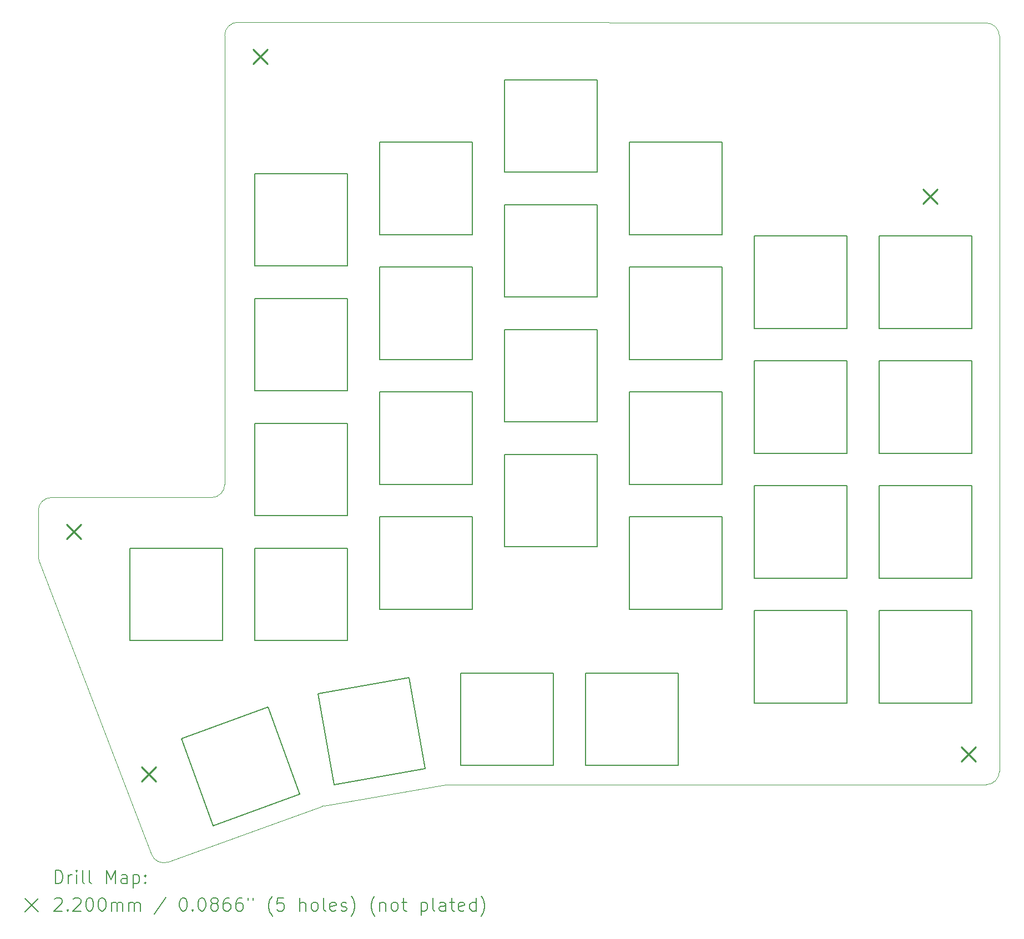
<source format=gbr>
%TF.GenerationSoftware,KiCad,Pcbnew,9.0.6*%
%TF.CreationDate,2025-12-07T22:16:42+09:00*%
%TF.ProjectId,tarakkie_v1_light_top2,74617261-6b6b-4696-955f-76315f6c6967,rev?*%
%TF.SameCoordinates,Original*%
%TF.FileFunction,Drillmap*%
%TF.FilePolarity,Positive*%
%FSLAX45Y45*%
G04 Gerber Fmt 4.5, Leading zero omitted, Abs format (unit mm)*
G04 Created by KiCad (PCBNEW 9.0.6) date 2025-12-07 22:16:42*
%MOMM*%
%LPD*%
G01*
G04 APERTURE LIST*
%ADD10C,0.050000*%
%ADD11C,0.150000*%
%ADD12C,0.200000*%
%ADD13C,0.220000*%
G04 APERTURE END LIST*
D10*
X5595382Y-15990801D02*
G75*
G02*
X5340259Y-15874382I-68352J187962D01*
G01*
X18072452Y-3188618D02*
G75*
G02*
X18272283Y-3388617I-172J-200002D01*
G01*
X7937324Y-15139186D02*
G75*
G02*
X7972000Y-15130000I68346J-187954D01*
G01*
X3623932Y-11393414D02*
X5340266Y-15874380D01*
X7972000Y-15130000D02*
X9825617Y-14813399D01*
X6456030Y-3378790D02*
G75*
G02*
X6656030Y-3178790I200000J0D01*
G01*
X6456030Y-3378790D02*
X6456030Y-10228790D01*
X18272280Y-14608831D02*
G75*
G02*
X18072322Y-14808830I-200000J1D01*
G01*
X3612280Y-10628790D02*
X3612280Y-11326147D01*
X6456030Y-10228790D02*
G75*
G02*
X6256030Y-10428790I-200000J0D01*
G01*
X3612280Y-10628790D02*
G75*
G02*
X3812280Y-10428790I200000J0D01*
G01*
X6256030Y-10428790D02*
X3812280Y-10428790D01*
X5595382Y-15990801D02*
X7937324Y-15139186D01*
X18072452Y-3188618D02*
X6656030Y-3178790D01*
X9859248Y-14810544D02*
X18072322Y-14808831D01*
X3623932Y-11393414D02*
G75*
G02*
X3612281Y-11326147I188288J67254D01*
G01*
X9825617Y-14813399D02*
G75*
G02*
X9859248Y-14810544I33673J-197151D01*
G01*
X18272280Y-14608831D02*
X18272280Y-3388617D01*
D11*
X14535000Y-10248750D02*
X15945000Y-10248750D01*
X14535000Y-11658750D02*
X14535000Y-10248750D01*
X15945000Y-10248750D02*
X15945000Y-11658750D01*
X15945000Y-11658750D02*
X14535000Y-11658750D01*
X12630000Y-8820000D02*
X14040000Y-8820000D01*
X12630000Y-10230000D02*
X12630000Y-8820000D01*
X14040000Y-8820000D02*
X14040000Y-10230000D01*
X14040000Y-10230000D02*
X12630000Y-10230000D01*
X10725000Y-9772500D02*
X12135000Y-9772500D01*
X10725000Y-11182500D02*
X10725000Y-9772500D01*
X12135000Y-9772500D02*
X12135000Y-11182500D01*
X12135000Y-11182500D02*
X10725000Y-11182500D01*
X8820000Y-10725000D02*
X10230000Y-10725000D01*
X8820000Y-12135000D02*
X8820000Y-10725000D01*
X10230000Y-10725000D02*
X10230000Y-12135000D01*
X10230000Y-12135000D02*
X8820000Y-12135000D01*
X5010000Y-11201250D02*
X6420000Y-11201250D01*
X5010000Y-12611250D02*
X5010000Y-11201250D01*
X6420000Y-11201250D02*
X6420000Y-12611250D01*
X6420000Y-12611250D02*
X5010000Y-12611250D01*
X10058250Y-13106250D02*
X11468250Y-13106250D01*
X10058250Y-14516250D02*
X10058250Y-13106250D01*
X11468250Y-13106250D02*
X11468250Y-14516250D01*
X11468250Y-14516250D02*
X10058250Y-14516250D01*
X11963250Y-13106250D02*
X13373250Y-13106250D01*
X11963250Y-14516250D02*
X11963250Y-13106250D01*
X13373250Y-13106250D02*
X13373250Y-14516250D01*
X13373250Y-14516250D02*
X11963250Y-14516250D01*
X6915000Y-5486250D02*
X8325000Y-5486250D01*
X6915000Y-6896250D02*
X6915000Y-5486250D01*
X8325000Y-5486250D02*
X8325000Y-6896250D01*
X8325000Y-6896250D02*
X6915000Y-6896250D01*
X6915000Y-11201250D02*
X8325000Y-11201250D01*
X6915000Y-12611250D02*
X6915000Y-11201250D01*
X8325000Y-11201250D02*
X8325000Y-12611250D01*
X8325000Y-12611250D02*
X6915000Y-12611250D01*
X8820000Y-8820000D02*
X10230000Y-8820000D01*
X8820000Y-10230000D02*
X8820000Y-8820000D01*
X10230000Y-8820000D02*
X10230000Y-10230000D01*
X10230000Y-10230000D02*
X8820000Y-10230000D01*
X16440000Y-12153750D02*
X17850000Y-12153750D01*
X16440000Y-13563750D02*
X16440000Y-12153750D01*
X17850000Y-12153750D02*
X17850000Y-13563750D01*
X17850000Y-13563750D02*
X16440000Y-13563750D01*
X14535000Y-8343750D02*
X15945000Y-8343750D01*
X14535000Y-9753750D02*
X14535000Y-8343750D01*
X15945000Y-8343750D02*
X15945000Y-9753750D01*
X15945000Y-9753750D02*
X14535000Y-9753750D01*
X16440000Y-10248750D02*
X17850000Y-10248750D01*
X16440000Y-11658750D02*
X16440000Y-10248750D01*
X17850000Y-10248750D02*
X17850000Y-11658750D01*
X17850000Y-11658750D02*
X16440000Y-11658750D01*
X14535000Y-12153750D02*
X15945000Y-12153750D01*
X14535000Y-13563750D02*
X14535000Y-12153750D01*
X15945000Y-12153750D02*
X15945000Y-13563750D01*
X15945000Y-13563750D02*
X14535000Y-13563750D01*
X10725000Y-5962500D02*
X12135000Y-5962500D01*
X10725000Y-7372500D02*
X10725000Y-5962500D01*
X12135000Y-5962500D02*
X12135000Y-7372500D01*
X12135000Y-7372500D02*
X10725000Y-7372500D01*
X8820000Y-5010000D02*
X10230000Y-5010000D01*
X8820000Y-6420000D02*
X8820000Y-5010000D01*
X10230000Y-5010000D02*
X10230000Y-6420000D01*
X10230000Y-6420000D02*
X8820000Y-6420000D01*
X6915000Y-9296250D02*
X8325000Y-9296250D01*
X6915000Y-10706250D02*
X6915000Y-9296250D01*
X8325000Y-9296250D02*
X8325000Y-10706250D01*
X8325000Y-10706250D02*
X6915000Y-10706250D01*
X10725000Y-4057500D02*
X12135000Y-4057500D01*
X10725000Y-5467500D02*
X10725000Y-4057500D01*
X12135000Y-4057500D02*
X12135000Y-5467500D01*
X12135000Y-5467500D02*
X10725000Y-5467500D01*
X14535000Y-6438750D02*
X15945000Y-6438750D01*
X14535000Y-7848750D02*
X14535000Y-6438750D01*
X15945000Y-6438750D02*
X15945000Y-7848750D01*
X15945000Y-7848750D02*
X14535000Y-7848750D01*
X16440000Y-6438750D02*
X17850000Y-6438750D01*
X16440000Y-7848750D02*
X16440000Y-6438750D01*
X17850000Y-6438750D02*
X17850000Y-7848750D01*
X17850000Y-7848750D02*
X16440000Y-7848750D01*
X12630000Y-10725000D02*
X14040000Y-10725000D01*
X12630000Y-12135000D02*
X12630000Y-10725000D01*
X14040000Y-10725000D02*
X14040000Y-12135000D01*
X14040000Y-12135000D02*
X12630000Y-12135000D01*
X12630000Y-6915000D02*
X14040000Y-6915000D01*
X12630000Y-8325000D02*
X12630000Y-6915000D01*
X14040000Y-6915000D02*
X14040000Y-8325000D01*
X14040000Y-8325000D02*
X12630000Y-8325000D01*
X7883289Y-13418132D02*
X9271868Y-13173289D01*
X8128132Y-14806711D02*
X7883289Y-13418132D01*
X9271868Y-13173289D02*
X9516711Y-14561867D01*
X9516711Y-14561867D02*
X8128132Y-14806711D01*
X16440000Y-8343750D02*
X17850000Y-8343750D01*
X16440000Y-9753750D02*
X16440000Y-8343750D01*
X17850000Y-8343750D02*
X17850000Y-9753750D01*
X17850000Y-9753750D02*
X16440000Y-9753750D01*
X6915000Y-7391250D02*
X8325000Y-7391250D01*
X6915000Y-8801250D02*
X6915000Y-7391250D01*
X8325000Y-7391250D02*
X8325000Y-8801250D01*
X8325000Y-8801250D02*
X6915000Y-8801250D01*
X10725000Y-7867500D02*
X12135000Y-7867500D01*
X10725000Y-9277500D02*
X10725000Y-7867500D01*
X12135000Y-7867500D02*
X12135000Y-9277500D01*
X12135000Y-9277500D02*
X10725000Y-9277500D01*
X12630000Y-5010000D02*
X14040000Y-5010000D01*
X12630000Y-6420000D02*
X12630000Y-5010000D01*
X14040000Y-5010000D02*
X14040000Y-6420000D01*
X14040000Y-6420000D02*
X12630000Y-6420000D01*
X5796392Y-14108641D02*
X7121359Y-13626392D01*
X6278641Y-15433607D02*
X5796392Y-14108641D01*
X7121359Y-13626392D02*
X7603607Y-14951359D01*
X7603607Y-14951359D02*
X6278641Y-15433607D01*
X8820000Y-6915000D02*
X10230000Y-6915000D01*
X8820000Y-8325000D02*
X8820000Y-6915000D01*
X10230000Y-6915000D02*
X10230000Y-8325000D01*
X10230000Y-8325000D02*
X8820000Y-8325000D01*
D12*
D13*
X4040000Y-10840000D02*
X4260000Y-11060000D01*
X4260000Y-10840000D02*
X4040000Y-11060000D01*
X5190000Y-14540000D02*
X5410000Y-14760000D01*
X5410000Y-14540000D02*
X5190000Y-14760000D01*
X6890000Y-3590000D02*
X7110000Y-3810000D01*
X7110000Y-3590000D02*
X6890000Y-3810000D01*
X17110000Y-5724000D02*
X17330000Y-5944000D01*
X17330000Y-5724000D02*
X17110000Y-5944000D01*
X17696000Y-14234000D02*
X17916000Y-14454000D01*
X17916000Y-14234000D02*
X17696000Y-14454000D01*
D12*
X3870557Y-16316828D02*
X3870557Y-16116828D01*
X3870557Y-16116828D02*
X3918176Y-16116828D01*
X3918176Y-16116828D02*
X3946747Y-16126351D01*
X3946747Y-16126351D02*
X3965795Y-16145399D01*
X3965795Y-16145399D02*
X3975319Y-16164447D01*
X3975319Y-16164447D02*
X3984843Y-16202542D01*
X3984843Y-16202542D02*
X3984843Y-16231113D01*
X3984843Y-16231113D02*
X3975319Y-16269209D01*
X3975319Y-16269209D02*
X3965795Y-16288256D01*
X3965795Y-16288256D02*
X3946747Y-16307304D01*
X3946747Y-16307304D02*
X3918176Y-16316828D01*
X3918176Y-16316828D02*
X3870557Y-16316828D01*
X4070557Y-16316828D02*
X4070557Y-16183494D01*
X4070557Y-16221590D02*
X4080081Y-16202542D01*
X4080081Y-16202542D02*
X4089604Y-16193018D01*
X4089604Y-16193018D02*
X4108652Y-16183494D01*
X4108652Y-16183494D02*
X4127700Y-16183494D01*
X4194366Y-16316828D02*
X4194366Y-16183494D01*
X4194366Y-16116828D02*
X4184843Y-16126351D01*
X4184843Y-16126351D02*
X4194366Y-16135875D01*
X4194366Y-16135875D02*
X4203890Y-16126351D01*
X4203890Y-16126351D02*
X4194366Y-16116828D01*
X4194366Y-16116828D02*
X4194366Y-16135875D01*
X4318176Y-16316828D02*
X4299128Y-16307304D01*
X4299128Y-16307304D02*
X4289605Y-16288256D01*
X4289605Y-16288256D02*
X4289605Y-16116828D01*
X4422938Y-16316828D02*
X4403890Y-16307304D01*
X4403890Y-16307304D02*
X4394366Y-16288256D01*
X4394366Y-16288256D02*
X4394366Y-16116828D01*
X4651509Y-16316828D02*
X4651509Y-16116828D01*
X4651509Y-16116828D02*
X4718176Y-16259685D01*
X4718176Y-16259685D02*
X4784843Y-16116828D01*
X4784843Y-16116828D02*
X4784843Y-16316828D01*
X4965795Y-16316828D02*
X4965795Y-16212066D01*
X4965795Y-16212066D02*
X4956271Y-16193018D01*
X4956271Y-16193018D02*
X4937224Y-16183494D01*
X4937224Y-16183494D02*
X4899128Y-16183494D01*
X4899128Y-16183494D02*
X4880081Y-16193018D01*
X4965795Y-16307304D02*
X4946747Y-16316828D01*
X4946747Y-16316828D02*
X4899128Y-16316828D01*
X4899128Y-16316828D02*
X4880081Y-16307304D01*
X4880081Y-16307304D02*
X4870557Y-16288256D01*
X4870557Y-16288256D02*
X4870557Y-16269209D01*
X4870557Y-16269209D02*
X4880081Y-16250161D01*
X4880081Y-16250161D02*
X4899128Y-16240637D01*
X4899128Y-16240637D02*
X4946747Y-16240637D01*
X4946747Y-16240637D02*
X4965795Y-16231113D01*
X5061033Y-16183494D02*
X5061033Y-16383494D01*
X5061033Y-16193018D02*
X5080081Y-16183494D01*
X5080081Y-16183494D02*
X5118176Y-16183494D01*
X5118176Y-16183494D02*
X5137224Y-16193018D01*
X5137224Y-16193018D02*
X5146747Y-16202542D01*
X5146747Y-16202542D02*
X5156271Y-16221590D01*
X5156271Y-16221590D02*
X5156271Y-16278732D01*
X5156271Y-16278732D02*
X5146747Y-16297780D01*
X5146747Y-16297780D02*
X5137224Y-16307304D01*
X5137224Y-16307304D02*
X5118176Y-16316828D01*
X5118176Y-16316828D02*
X5080081Y-16316828D01*
X5080081Y-16316828D02*
X5061033Y-16307304D01*
X5241986Y-16297780D02*
X5251509Y-16307304D01*
X5251509Y-16307304D02*
X5241986Y-16316828D01*
X5241986Y-16316828D02*
X5232462Y-16307304D01*
X5232462Y-16307304D02*
X5241986Y-16297780D01*
X5241986Y-16297780D02*
X5241986Y-16316828D01*
X5241986Y-16193018D02*
X5251509Y-16202542D01*
X5251509Y-16202542D02*
X5241986Y-16212066D01*
X5241986Y-16212066D02*
X5232462Y-16202542D01*
X5232462Y-16202542D02*
X5241986Y-16193018D01*
X5241986Y-16193018D02*
X5241986Y-16212066D01*
X3409780Y-16545344D02*
X3609780Y-16745344D01*
X3609780Y-16545344D02*
X3409780Y-16745344D01*
X3861033Y-16555875D02*
X3870557Y-16546351D01*
X3870557Y-16546351D02*
X3889604Y-16536828D01*
X3889604Y-16536828D02*
X3937224Y-16536828D01*
X3937224Y-16536828D02*
X3956271Y-16546351D01*
X3956271Y-16546351D02*
X3965795Y-16555875D01*
X3965795Y-16555875D02*
X3975319Y-16574923D01*
X3975319Y-16574923D02*
X3975319Y-16593970D01*
X3975319Y-16593970D02*
X3965795Y-16622542D01*
X3965795Y-16622542D02*
X3851509Y-16736828D01*
X3851509Y-16736828D02*
X3975319Y-16736828D01*
X4061033Y-16717780D02*
X4070557Y-16727304D01*
X4070557Y-16727304D02*
X4061033Y-16736828D01*
X4061033Y-16736828D02*
X4051509Y-16727304D01*
X4051509Y-16727304D02*
X4061033Y-16717780D01*
X4061033Y-16717780D02*
X4061033Y-16736828D01*
X4146747Y-16555875D02*
X4156271Y-16546351D01*
X4156271Y-16546351D02*
X4175319Y-16536828D01*
X4175319Y-16536828D02*
X4222938Y-16536828D01*
X4222938Y-16536828D02*
X4241986Y-16546351D01*
X4241986Y-16546351D02*
X4251509Y-16555875D01*
X4251509Y-16555875D02*
X4261033Y-16574923D01*
X4261033Y-16574923D02*
X4261033Y-16593970D01*
X4261033Y-16593970D02*
X4251509Y-16622542D01*
X4251509Y-16622542D02*
X4137224Y-16736828D01*
X4137224Y-16736828D02*
X4261033Y-16736828D01*
X4384843Y-16536828D02*
X4403890Y-16536828D01*
X4403890Y-16536828D02*
X4422938Y-16546351D01*
X4422938Y-16546351D02*
X4432462Y-16555875D01*
X4432462Y-16555875D02*
X4441986Y-16574923D01*
X4441986Y-16574923D02*
X4451509Y-16613018D01*
X4451509Y-16613018D02*
X4451509Y-16660637D01*
X4451509Y-16660637D02*
X4441986Y-16698732D01*
X4441986Y-16698732D02*
X4432462Y-16717780D01*
X4432462Y-16717780D02*
X4422938Y-16727304D01*
X4422938Y-16727304D02*
X4403890Y-16736828D01*
X4403890Y-16736828D02*
X4384843Y-16736828D01*
X4384843Y-16736828D02*
X4365795Y-16727304D01*
X4365795Y-16727304D02*
X4356271Y-16717780D01*
X4356271Y-16717780D02*
X4346747Y-16698732D01*
X4346747Y-16698732D02*
X4337224Y-16660637D01*
X4337224Y-16660637D02*
X4337224Y-16613018D01*
X4337224Y-16613018D02*
X4346747Y-16574923D01*
X4346747Y-16574923D02*
X4356271Y-16555875D01*
X4356271Y-16555875D02*
X4365795Y-16546351D01*
X4365795Y-16546351D02*
X4384843Y-16536828D01*
X4575319Y-16536828D02*
X4594367Y-16536828D01*
X4594367Y-16536828D02*
X4613414Y-16546351D01*
X4613414Y-16546351D02*
X4622938Y-16555875D01*
X4622938Y-16555875D02*
X4632462Y-16574923D01*
X4632462Y-16574923D02*
X4641986Y-16613018D01*
X4641986Y-16613018D02*
X4641986Y-16660637D01*
X4641986Y-16660637D02*
X4632462Y-16698732D01*
X4632462Y-16698732D02*
X4622938Y-16717780D01*
X4622938Y-16717780D02*
X4613414Y-16727304D01*
X4613414Y-16727304D02*
X4594367Y-16736828D01*
X4594367Y-16736828D02*
X4575319Y-16736828D01*
X4575319Y-16736828D02*
X4556271Y-16727304D01*
X4556271Y-16727304D02*
X4546747Y-16717780D01*
X4546747Y-16717780D02*
X4537224Y-16698732D01*
X4537224Y-16698732D02*
X4527700Y-16660637D01*
X4527700Y-16660637D02*
X4527700Y-16613018D01*
X4527700Y-16613018D02*
X4537224Y-16574923D01*
X4537224Y-16574923D02*
X4546747Y-16555875D01*
X4546747Y-16555875D02*
X4556271Y-16546351D01*
X4556271Y-16546351D02*
X4575319Y-16536828D01*
X4727700Y-16736828D02*
X4727700Y-16603494D01*
X4727700Y-16622542D02*
X4737224Y-16613018D01*
X4737224Y-16613018D02*
X4756271Y-16603494D01*
X4756271Y-16603494D02*
X4784843Y-16603494D01*
X4784843Y-16603494D02*
X4803890Y-16613018D01*
X4803890Y-16613018D02*
X4813414Y-16632066D01*
X4813414Y-16632066D02*
X4813414Y-16736828D01*
X4813414Y-16632066D02*
X4822938Y-16613018D01*
X4822938Y-16613018D02*
X4841986Y-16603494D01*
X4841986Y-16603494D02*
X4870557Y-16603494D01*
X4870557Y-16603494D02*
X4889605Y-16613018D01*
X4889605Y-16613018D02*
X4899128Y-16632066D01*
X4899128Y-16632066D02*
X4899128Y-16736828D01*
X4994367Y-16736828D02*
X4994367Y-16603494D01*
X4994367Y-16622542D02*
X5003890Y-16613018D01*
X5003890Y-16613018D02*
X5022938Y-16603494D01*
X5022938Y-16603494D02*
X5051509Y-16603494D01*
X5051509Y-16603494D02*
X5070557Y-16613018D01*
X5070557Y-16613018D02*
X5080081Y-16632066D01*
X5080081Y-16632066D02*
X5080081Y-16736828D01*
X5080081Y-16632066D02*
X5089605Y-16613018D01*
X5089605Y-16613018D02*
X5108652Y-16603494D01*
X5108652Y-16603494D02*
X5137224Y-16603494D01*
X5137224Y-16603494D02*
X5156271Y-16613018D01*
X5156271Y-16613018D02*
X5165795Y-16632066D01*
X5165795Y-16632066D02*
X5165795Y-16736828D01*
X5556271Y-16527304D02*
X5384843Y-16784447D01*
X5813414Y-16536828D02*
X5832462Y-16536828D01*
X5832462Y-16536828D02*
X5851509Y-16546351D01*
X5851509Y-16546351D02*
X5861033Y-16555875D01*
X5861033Y-16555875D02*
X5870557Y-16574923D01*
X5870557Y-16574923D02*
X5880081Y-16613018D01*
X5880081Y-16613018D02*
X5880081Y-16660637D01*
X5880081Y-16660637D02*
X5870557Y-16698732D01*
X5870557Y-16698732D02*
X5861033Y-16717780D01*
X5861033Y-16717780D02*
X5851509Y-16727304D01*
X5851509Y-16727304D02*
X5832462Y-16736828D01*
X5832462Y-16736828D02*
X5813414Y-16736828D01*
X5813414Y-16736828D02*
X5794367Y-16727304D01*
X5794367Y-16727304D02*
X5784843Y-16717780D01*
X5784843Y-16717780D02*
X5775319Y-16698732D01*
X5775319Y-16698732D02*
X5765795Y-16660637D01*
X5765795Y-16660637D02*
X5765795Y-16613018D01*
X5765795Y-16613018D02*
X5775319Y-16574923D01*
X5775319Y-16574923D02*
X5784843Y-16555875D01*
X5784843Y-16555875D02*
X5794367Y-16546351D01*
X5794367Y-16546351D02*
X5813414Y-16536828D01*
X5965795Y-16717780D02*
X5975319Y-16727304D01*
X5975319Y-16727304D02*
X5965795Y-16736828D01*
X5965795Y-16736828D02*
X5956271Y-16727304D01*
X5956271Y-16727304D02*
X5965795Y-16717780D01*
X5965795Y-16717780D02*
X5965795Y-16736828D01*
X6099128Y-16536828D02*
X6118176Y-16536828D01*
X6118176Y-16536828D02*
X6137224Y-16546351D01*
X6137224Y-16546351D02*
X6146748Y-16555875D01*
X6146748Y-16555875D02*
X6156271Y-16574923D01*
X6156271Y-16574923D02*
X6165795Y-16613018D01*
X6165795Y-16613018D02*
X6165795Y-16660637D01*
X6165795Y-16660637D02*
X6156271Y-16698732D01*
X6156271Y-16698732D02*
X6146748Y-16717780D01*
X6146748Y-16717780D02*
X6137224Y-16727304D01*
X6137224Y-16727304D02*
X6118176Y-16736828D01*
X6118176Y-16736828D02*
X6099128Y-16736828D01*
X6099128Y-16736828D02*
X6080081Y-16727304D01*
X6080081Y-16727304D02*
X6070557Y-16717780D01*
X6070557Y-16717780D02*
X6061033Y-16698732D01*
X6061033Y-16698732D02*
X6051509Y-16660637D01*
X6051509Y-16660637D02*
X6051509Y-16613018D01*
X6051509Y-16613018D02*
X6061033Y-16574923D01*
X6061033Y-16574923D02*
X6070557Y-16555875D01*
X6070557Y-16555875D02*
X6080081Y-16546351D01*
X6080081Y-16546351D02*
X6099128Y-16536828D01*
X6280081Y-16622542D02*
X6261033Y-16613018D01*
X6261033Y-16613018D02*
X6251509Y-16603494D01*
X6251509Y-16603494D02*
X6241986Y-16584447D01*
X6241986Y-16584447D02*
X6241986Y-16574923D01*
X6241986Y-16574923D02*
X6251509Y-16555875D01*
X6251509Y-16555875D02*
X6261033Y-16546351D01*
X6261033Y-16546351D02*
X6280081Y-16536828D01*
X6280081Y-16536828D02*
X6318176Y-16536828D01*
X6318176Y-16536828D02*
X6337224Y-16546351D01*
X6337224Y-16546351D02*
X6346748Y-16555875D01*
X6346748Y-16555875D02*
X6356271Y-16574923D01*
X6356271Y-16574923D02*
X6356271Y-16584447D01*
X6356271Y-16584447D02*
X6346748Y-16603494D01*
X6346748Y-16603494D02*
X6337224Y-16613018D01*
X6337224Y-16613018D02*
X6318176Y-16622542D01*
X6318176Y-16622542D02*
X6280081Y-16622542D01*
X6280081Y-16622542D02*
X6261033Y-16632066D01*
X6261033Y-16632066D02*
X6251509Y-16641590D01*
X6251509Y-16641590D02*
X6241986Y-16660637D01*
X6241986Y-16660637D02*
X6241986Y-16698732D01*
X6241986Y-16698732D02*
X6251509Y-16717780D01*
X6251509Y-16717780D02*
X6261033Y-16727304D01*
X6261033Y-16727304D02*
X6280081Y-16736828D01*
X6280081Y-16736828D02*
X6318176Y-16736828D01*
X6318176Y-16736828D02*
X6337224Y-16727304D01*
X6337224Y-16727304D02*
X6346748Y-16717780D01*
X6346748Y-16717780D02*
X6356271Y-16698732D01*
X6356271Y-16698732D02*
X6356271Y-16660637D01*
X6356271Y-16660637D02*
X6346748Y-16641590D01*
X6346748Y-16641590D02*
X6337224Y-16632066D01*
X6337224Y-16632066D02*
X6318176Y-16622542D01*
X6527700Y-16536828D02*
X6489605Y-16536828D01*
X6489605Y-16536828D02*
X6470557Y-16546351D01*
X6470557Y-16546351D02*
X6461033Y-16555875D01*
X6461033Y-16555875D02*
X6441986Y-16584447D01*
X6441986Y-16584447D02*
X6432462Y-16622542D01*
X6432462Y-16622542D02*
X6432462Y-16698732D01*
X6432462Y-16698732D02*
X6441986Y-16717780D01*
X6441986Y-16717780D02*
X6451509Y-16727304D01*
X6451509Y-16727304D02*
X6470557Y-16736828D01*
X6470557Y-16736828D02*
X6508652Y-16736828D01*
X6508652Y-16736828D02*
X6527700Y-16727304D01*
X6527700Y-16727304D02*
X6537224Y-16717780D01*
X6537224Y-16717780D02*
X6546748Y-16698732D01*
X6546748Y-16698732D02*
X6546748Y-16651113D01*
X6546748Y-16651113D02*
X6537224Y-16632066D01*
X6537224Y-16632066D02*
X6527700Y-16622542D01*
X6527700Y-16622542D02*
X6508652Y-16613018D01*
X6508652Y-16613018D02*
X6470557Y-16613018D01*
X6470557Y-16613018D02*
X6451509Y-16622542D01*
X6451509Y-16622542D02*
X6441986Y-16632066D01*
X6441986Y-16632066D02*
X6432462Y-16651113D01*
X6718176Y-16536828D02*
X6680081Y-16536828D01*
X6680081Y-16536828D02*
X6661033Y-16546351D01*
X6661033Y-16546351D02*
X6651509Y-16555875D01*
X6651509Y-16555875D02*
X6632462Y-16584447D01*
X6632462Y-16584447D02*
X6622938Y-16622542D01*
X6622938Y-16622542D02*
X6622938Y-16698732D01*
X6622938Y-16698732D02*
X6632462Y-16717780D01*
X6632462Y-16717780D02*
X6641986Y-16727304D01*
X6641986Y-16727304D02*
X6661033Y-16736828D01*
X6661033Y-16736828D02*
X6699129Y-16736828D01*
X6699129Y-16736828D02*
X6718176Y-16727304D01*
X6718176Y-16727304D02*
X6727700Y-16717780D01*
X6727700Y-16717780D02*
X6737224Y-16698732D01*
X6737224Y-16698732D02*
X6737224Y-16651113D01*
X6737224Y-16651113D02*
X6727700Y-16632066D01*
X6727700Y-16632066D02*
X6718176Y-16622542D01*
X6718176Y-16622542D02*
X6699129Y-16613018D01*
X6699129Y-16613018D02*
X6661033Y-16613018D01*
X6661033Y-16613018D02*
X6641986Y-16622542D01*
X6641986Y-16622542D02*
X6632462Y-16632066D01*
X6632462Y-16632066D02*
X6622938Y-16651113D01*
X6813414Y-16536828D02*
X6813414Y-16574923D01*
X6889605Y-16536828D02*
X6889605Y-16574923D01*
X7184843Y-16813018D02*
X7175319Y-16803494D01*
X7175319Y-16803494D02*
X7156271Y-16774923D01*
X7156271Y-16774923D02*
X7146748Y-16755875D01*
X7146748Y-16755875D02*
X7137224Y-16727304D01*
X7137224Y-16727304D02*
X7127700Y-16679685D01*
X7127700Y-16679685D02*
X7127700Y-16641590D01*
X7127700Y-16641590D02*
X7137224Y-16593970D01*
X7137224Y-16593970D02*
X7146748Y-16565399D01*
X7146748Y-16565399D02*
X7156271Y-16546351D01*
X7156271Y-16546351D02*
X7175319Y-16517780D01*
X7175319Y-16517780D02*
X7184843Y-16508256D01*
X7356271Y-16536828D02*
X7261033Y-16536828D01*
X7261033Y-16536828D02*
X7251510Y-16632066D01*
X7251510Y-16632066D02*
X7261033Y-16622542D01*
X7261033Y-16622542D02*
X7280081Y-16613018D01*
X7280081Y-16613018D02*
X7327700Y-16613018D01*
X7327700Y-16613018D02*
X7346748Y-16622542D01*
X7346748Y-16622542D02*
X7356271Y-16632066D01*
X7356271Y-16632066D02*
X7365795Y-16651113D01*
X7365795Y-16651113D02*
X7365795Y-16698732D01*
X7365795Y-16698732D02*
X7356271Y-16717780D01*
X7356271Y-16717780D02*
X7346748Y-16727304D01*
X7346748Y-16727304D02*
X7327700Y-16736828D01*
X7327700Y-16736828D02*
X7280081Y-16736828D01*
X7280081Y-16736828D02*
X7261033Y-16727304D01*
X7261033Y-16727304D02*
X7251510Y-16717780D01*
X7603891Y-16736828D02*
X7603891Y-16536828D01*
X7689605Y-16736828D02*
X7689605Y-16632066D01*
X7689605Y-16632066D02*
X7680081Y-16613018D01*
X7680081Y-16613018D02*
X7661033Y-16603494D01*
X7661033Y-16603494D02*
X7632462Y-16603494D01*
X7632462Y-16603494D02*
X7613414Y-16613018D01*
X7613414Y-16613018D02*
X7603891Y-16622542D01*
X7813414Y-16736828D02*
X7794367Y-16727304D01*
X7794367Y-16727304D02*
X7784843Y-16717780D01*
X7784843Y-16717780D02*
X7775319Y-16698732D01*
X7775319Y-16698732D02*
X7775319Y-16641590D01*
X7775319Y-16641590D02*
X7784843Y-16622542D01*
X7784843Y-16622542D02*
X7794367Y-16613018D01*
X7794367Y-16613018D02*
X7813414Y-16603494D01*
X7813414Y-16603494D02*
X7841986Y-16603494D01*
X7841986Y-16603494D02*
X7861033Y-16613018D01*
X7861033Y-16613018D02*
X7870557Y-16622542D01*
X7870557Y-16622542D02*
X7880081Y-16641590D01*
X7880081Y-16641590D02*
X7880081Y-16698732D01*
X7880081Y-16698732D02*
X7870557Y-16717780D01*
X7870557Y-16717780D02*
X7861033Y-16727304D01*
X7861033Y-16727304D02*
X7841986Y-16736828D01*
X7841986Y-16736828D02*
X7813414Y-16736828D01*
X7994367Y-16736828D02*
X7975319Y-16727304D01*
X7975319Y-16727304D02*
X7965795Y-16708256D01*
X7965795Y-16708256D02*
X7965795Y-16536828D01*
X8146748Y-16727304D02*
X8127700Y-16736828D01*
X8127700Y-16736828D02*
X8089605Y-16736828D01*
X8089605Y-16736828D02*
X8070557Y-16727304D01*
X8070557Y-16727304D02*
X8061033Y-16708256D01*
X8061033Y-16708256D02*
X8061033Y-16632066D01*
X8061033Y-16632066D02*
X8070557Y-16613018D01*
X8070557Y-16613018D02*
X8089605Y-16603494D01*
X8089605Y-16603494D02*
X8127700Y-16603494D01*
X8127700Y-16603494D02*
X8146748Y-16613018D01*
X8146748Y-16613018D02*
X8156272Y-16632066D01*
X8156272Y-16632066D02*
X8156272Y-16651113D01*
X8156272Y-16651113D02*
X8061033Y-16670161D01*
X8232462Y-16727304D02*
X8251510Y-16736828D01*
X8251510Y-16736828D02*
X8289605Y-16736828D01*
X8289605Y-16736828D02*
X8308653Y-16727304D01*
X8308653Y-16727304D02*
X8318176Y-16708256D01*
X8318176Y-16708256D02*
X8318176Y-16698732D01*
X8318176Y-16698732D02*
X8308653Y-16679685D01*
X8308653Y-16679685D02*
X8289605Y-16670161D01*
X8289605Y-16670161D02*
X8261033Y-16670161D01*
X8261033Y-16670161D02*
X8241986Y-16660637D01*
X8241986Y-16660637D02*
X8232462Y-16641590D01*
X8232462Y-16641590D02*
X8232462Y-16632066D01*
X8232462Y-16632066D02*
X8241986Y-16613018D01*
X8241986Y-16613018D02*
X8261033Y-16603494D01*
X8261033Y-16603494D02*
X8289605Y-16603494D01*
X8289605Y-16603494D02*
X8308653Y-16613018D01*
X8384843Y-16813018D02*
X8394367Y-16803494D01*
X8394367Y-16803494D02*
X8413415Y-16774923D01*
X8413415Y-16774923D02*
X8422938Y-16755875D01*
X8422938Y-16755875D02*
X8432462Y-16727304D01*
X8432462Y-16727304D02*
X8441986Y-16679685D01*
X8441986Y-16679685D02*
X8441986Y-16641590D01*
X8441986Y-16641590D02*
X8432462Y-16593970D01*
X8432462Y-16593970D02*
X8422938Y-16565399D01*
X8422938Y-16565399D02*
X8413415Y-16546351D01*
X8413415Y-16546351D02*
X8394367Y-16517780D01*
X8394367Y-16517780D02*
X8384843Y-16508256D01*
X8746748Y-16813018D02*
X8737224Y-16803494D01*
X8737224Y-16803494D02*
X8718176Y-16774923D01*
X8718176Y-16774923D02*
X8708653Y-16755875D01*
X8708653Y-16755875D02*
X8699129Y-16727304D01*
X8699129Y-16727304D02*
X8689605Y-16679685D01*
X8689605Y-16679685D02*
X8689605Y-16641590D01*
X8689605Y-16641590D02*
X8699129Y-16593970D01*
X8699129Y-16593970D02*
X8708653Y-16565399D01*
X8708653Y-16565399D02*
X8718176Y-16546351D01*
X8718176Y-16546351D02*
X8737224Y-16517780D01*
X8737224Y-16517780D02*
X8746748Y-16508256D01*
X8822938Y-16603494D02*
X8822938Y-16736828D01*
X8822938Y-16622542D02*
X8832462Y-16613018D01*
X8832462Y-16613018D02*
X8851510Y-16603494D01*
X8851510Y-16603494D02*
X8880081Y-16603494D01*
X8880081Y-16603494D02*
X8899129Y-16613018D01*
X8899129Y-16613018D02*
X8908653Y-16632066D01*
X8908653Y-16632066D02*
X8908653Y-16736828D01*
X9032462Y-16736828D02*
X9013415Y-16727304D01*
X9013415Y-16727304D02*
X9003891Y-16717780D01*
X9003891Y-16717780D02*
X8994367Y-16698732D01*
X8994367Y-16698732D02*
X8994367Y-16641590D01*
X8994367Y-16641590D02*
X9003891Y-16622542D01*
X9003891Y-16622542D02*
X9013415Y-16613018D01*
X9013415Y-16613018D02*
X9032462Y-16603494D01*
X9032462Y-16603494D02*
X9061034Y-16603494D01*
X9061034Y-16603494D02*
X9080081Y-16613018D01*
X9080081Y-16613018D02*
X9089605Y-16622542D01*
X9089605Y-16622542D02*
X9099129Y-16641590D01*
X9099129Y-16641590D02*
X9099129Y-16698732D01*
X9099129Y-16698732D02*
X9089605Y-16717780D01*
X9089605Y-16717780D02*
X9080081Y-16727304D01*
X9080081Y-16727304D02*
X9061034Y-16736828D01*
X9061034Y-16736828D02*
X9032462Y-16736828D01*
X9156272Y-16603494D02*
X9232462Y-16603494D01*
X9184843Y-16536828D02*
X9184843Y-16708256D01*
X9184843Y-16708256D02*
X9194367Y-16727304D01*
X9194367Y-16727304D02*
X9213415Y-16736828D01*
X9213415Y-16736828D02*
X9232462Y-16736828D01*
X9451510Y-16603494D02*
X9451510Y-16803494D01*
X9451510Y-16613018D02*
X9470557Y-16603494D01*
X9470557Y-16603494D02*
X9508653Y-16603494D01*
X9508653Y-16603494D02*
X9527700Y-16613018D01*
X9527700Y-16613018D02*
X9537224Y-16622542D01*
X9537224Y-16622542D02*
X9546748Y-16641590D01*
X9546748Y-16641590D02*
X9546748Y-16698732D01*
X9546748Y-16698732D02*
X9537224Y-16717780D01*
X9537224Y-16717780D02*
X9527700Y-16727304D01*
X9527700Y-16727304D02*
X9508653Y-16736828D01*
X9508653Y-16736828D02*
X9470557Y-16736828D01*
X9470557Y-16736828D02*
X9451510Y-16727304D01*
X9661034Y-16736828D02*
X9641986Y-16727304D01*
X9641986Y-16727304D02*
X9632462Y-16708256D01*
X9632462Y-16708256D02*
X9632462Y-16536828D01*
X9822938Y-16736828D02*
X9822938Y-16632066D01*
X9822938Y-16632066D02*
X9813415Y-16613018D01*
X9813415Y-16613018D02*
X9794367Y-16603494D01*
X9794367Y-16603494D02*
X9756272Y-16603494D01*
X9756272Y-16603494D02*
X9737224Y-16613018D01*
X9822938Y-16727304D02*
X9803891Y-16736828D01*
X9803891Y-16736828D02*
X9756272Y-16736828D01*
X9756272Y-16736828D02*
X9737224Y-16727304D01*
X9737224Y-16727304D02*
X9727700Y-16708256D01*
X9727700Y-16708256D02*
X9727700Y-16689209D01*
X9727700Y-16689209D02*
X9737224Y-16670161D01*
X9737224Y-16670161D02*
X9756272Y-16660637D01*
X9756272Y-16660637D02*
X9803891Y-16660637D01*
X9803891Y-16660637D02*
X9822938Y-16651113D01*
X9889605Y-16603494D02*
X9965796Y-16603494D01*
X9918177Y-16536828D02*
X9918177Y-16708256D01*
X9918177Y-16708256D02*
X9927700Y-16727304D01*
X9927700Y-16727304D02*
X9946748Y-16736828D01*
X9946748Y-16736828D02*
X9965796Y-16736828D01*
X10108653Y-16727304D02*
X10089605Y-16736828D01*
X10089605Y-16736828D02*
X10051510Y-16736828D01*
X10051510Y-16736828D02*
X10032462Y-16727304D01*
X10032462Y-16727304D02*
X10022938Y-16708256D01*
X10022938Y-16708256D02*
X10022938Y-16632066D01*
X10022938Y-16632066D02*
X10032462Y-16613018D01*
X10032462Y-16613018D02*
X10051510Y-16603494D01*
X10051510Y-16603494D02*
X10089605Y-16603494D01*
X10089605Y-16603494D02*
X10108653Y-16613018D01*
X10108653Y-16613018D02*
X10118177Y-16632066D01*
X10118177Y-16632066D02*
X10118177Y-16651113D01*
X10118177Y-16651113D02*
X10022938Y-16670161D01*
X10289605Y-16736828D02*
X10289605Y-16536828D01*
X10289605Y-16727304D02*
X10270558Y-16736828D01*
X10270558Y-16736828D02*
X10232462Y-16736828D01*
X10232462Y-16736828D02*
X10213415Y-16727304D01*
X10213415Y-16727304D02*
X10203891Y-16717780D01*
X10203891Y-16717780D02*
X10194367Y-16698732D01*
X10194367Y-16698732D02*
X10194367Y-16641590D01*
X10194367Y-16641590D02*
X10203891Y-16622542D01*
X10203891Y-16622542D02*
X10213415Y-16613018D01*
X10213415Y-16613018D02*
X10232462Y-16603494D01*
X10232462Y-16603494D02*
X10270558Y-16603494D01*
X10270558Y-16603494D02*
X10289605Y-16613018D01*
X10365796Y-16813018D02*
X10375319Y-16803494D01*
X10375319Y-16803494D02*
X10394367Y-16774923D01*
X10394367Y-16774923D02*
X10403891Y-16755875D01*
X10403891Y-16755875D02*
X10413415Y-16727304D01*
X10413415Y-16727304D02*
X10422938Y-16679685D01*
X10422938Y-16679685D02*
X10422938Y-16641590D01*
X10422938Y-16641590D02*
X10413415Y-16593970D01*
X10413415Y-16593970D02*
X10403891Y-16565399D01*
X10403891Y-16565399D02*
X10394367Y-16546351D01*
X10394367Y-16546351D02*
X10375319Y-16517780D01*
X10375319Y-16517780D02*
X10365796Y-16508256D01*
M02*

</source>
